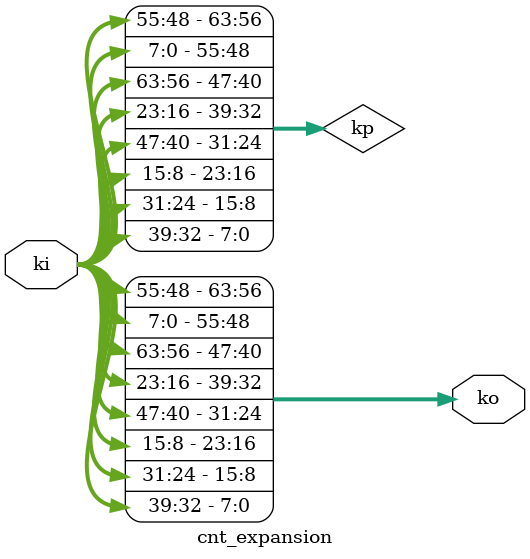
<source format=v>
/*
 Designer: Mustafa Khairallah
 Nanyang Technological University
 Singapore
 Date: July, 2021
 */

/* 
 TK1 Key expansion corresponding to the 
 counter in Romulus. 
 */
module cnt_expansion (/*AUTOARG*/
   // Outputs
   ko,
   // Inputs
   ki
   ) ;
   output [63:0] ko;
   input  [63:0] ki;

   wire [63:0]   kp;

   assign kp[63:56] = ki[55:48];
   assign kp[55:48] = ki[ 7: 0];
   assign kp[47:40] = ki[63:56];
   assign kp[39:32] = ki[23:16];
   assign kp[31:24] = ki[47:40];
   assign kp[23:16] = ki[15: 8];
   assign kp[15: 8] = ki[31:24];
   assign kp[ 7: 0] = ki[39:32];

   assign ko = kp;
   
endmodule // cnt_expansion



</source>
